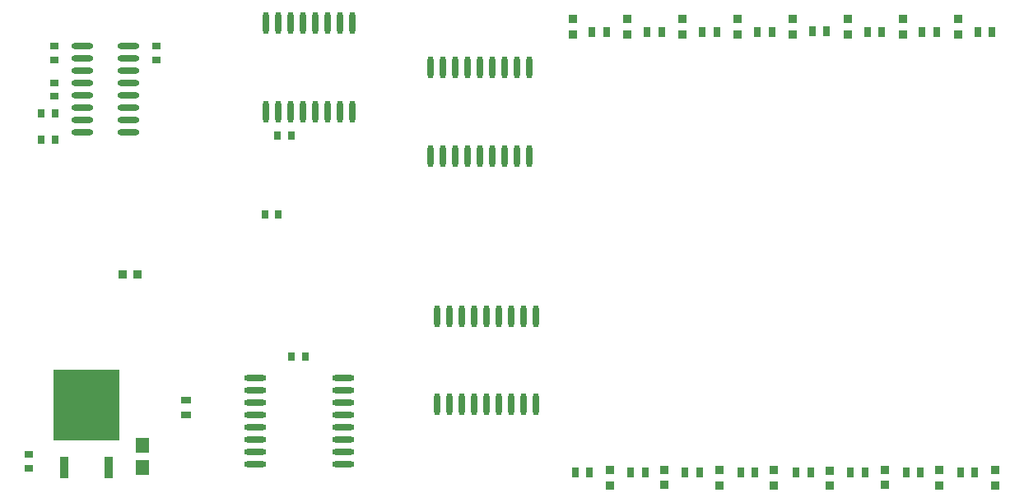
<source format=gtp>
%FSLAX25Y25*%
%MOIN*%
G70*
G01*
G75*
G04 Layer_Color=8421504*
%ADD10R,0.05709X0.06102*%
%ADD11R,0.03740X0.02756*%
%ADD12R,0.03740X0.09055*%
%ADD13R,0.26772X0.28740*%
%ADD14O,0.08858X0.02362*%
%ADD15O,0.02362X0.09055*%
%ADD16O,0.09055X0.02362*%
%ADD17R,0.03543X0.03740*%
%ADD18R,0.02756X0.03740*%
%ADD19R,0.03150X0.03937*%
%ADD20R,0.03740X0.03543*%
%ADD21R,0.03937X0.03150*%
%ADD22C,0.02500*%
%ADD23C,0.01000*%
%ADD24R,0.09600X0.09600*%
%ADD25C,0.09600*%
%ADD26C,0.07000*%
%ADD27R,0.07000X0.07000*%
%ADD28C,0.06000*%
%ADD29R,0.06000X0.06000*%
%ADD30C,0.07874*%
%ADD31C,0.05000*%
%ADD32C,0.04000*%
%ADD33C,0.09100*%
G04:AMPARAMS|DCode=34|XSize=111mil|YSize=111mil|CornerRadius=0mil|HoleSize=0mil|Usage=FLASHONLY|Rotation=0.000|XOffset=0mil|YOffset=0mil|HoleType=Round|Shape=Relief|Width=10mil|Gap=10mil|Entries=4|*
%AMTHD34*
7,0,0,0.11100,0.09100,0.01000,45*
%
%ADD34THD34*%
%ADD35C,0.08000*%
%ADD36C,0.07937*%
%ADD37C,0.06800*%
G04:AMPARAMS|DCode=38|XSize=99.37mil|YSize=99.37mil|CornerRadius=0mil|HoleSize=0mil|Usage=FLASHONLY|Rotation=0.000|XOffset=0mil|YOffset=0mil|HoleType=Round|Shape=Relief|Width=10mil|Gap=10mil|Entries=4|*
%AMTHD38*
7,0,0,0.09937,0.07937,0.01000,45*
%
%ADD38THD38*%
%ADD39C,0.10000*%
%ADD40C,0.00984*%
%ADD41C,0.02362*%
%ADD42C,0.00787*%
%ADD43C,0.00500*%
D10*
X-341700Y-70274D02*
D03*
Y-79526D02*
D03*
D11*
X-387600Y-79656D02*
D03*
Y-74144D02*
D03*
X-377300Y86044D02*
D03*
Y91556D02*
D03*
X-335900Y91556D02*
D03*
Y86044D02*
D03*
X-377500Y71144D02*
D03*
Y76656D02*
D03*
D12*
X-373276Y-79517D02*
D03*
X-355324D02*
D03*
D13*
X-364300Y-53926D02*
D03*
D14*
X-366149Y91500D02*
D03*
Y86500D02*
D03*
Y81500D02*
D03*
Y76500D02*
D03*
Y71500D02*
D03*
Y66500D02*
D03*
Y61500D02*
D03*
Y56500D02*
D03*
X-347251Y91500D02*
D03*
Y86500D02*
D03*
Y81500D02*
D03*
Y76500D02*
D03*
Y71500D02*
D03*
Y66500D02*
D03*
Y61500D02*
D03*
Y56500D02*
D03*
D15*
X-225000Y47087D02*
D03*
X-220000D02*
D03*
X-215000D02*
D03*
X-210000D02*
D03*
X-205000D02*
D03*
X-200000D02*
D03*
X-195000D02*
D03*
X-190000D02*
D03*
X-185000D02*
D03*
X-225000Y82913D02*
D03*
X-220000D02*
D03*
X-215000D02*
D03*
X-210000D02*
D03*
X-205000D02*
D03*
X-200000D02*
D03*
X-195000D02*
D03*
X-190000D02*
D03*
X-185000D02*
D03*
X-256800Y100913D02*
D03*
X-261800D02*
D03*
X-266800D02*
D03*
X-271800D02*
D03*
X-276800D02*
D03*
X-281800D02*
D03*
X-286800D02*
D03*
X-291800D02*
D03*
X-256800Y65087D02*
D03*
X-261800D02*
D03*
X-266800D02*
D03*
X-271800D02*
D03*
X-276800D02*
D03*
X-281800D02*
D03*
X-286800D02*
D03*
X-291800D02*
D03*
X-222500Y-53713D02*
D03*
X-217500D02*
D03*
X-212500D02*
D03*
X-207500D02*
D03*
X-202500D02*
D03*
X-197500D02*
D03*
X-192500D02*
D03*
X-187500D02*
D03*
X-182500D02*
D03*
X-222500Y-17887D02*
D03*
X-217500D02*
D03*
X-212500D02*
D03*
X-207500D02*
D03*
X-202500D02*
D03*
X-197500D02*
D03*
X-192500D02*
D03*
X-187500D02*
D03*
X-182500D02*
D03*
D16*
X-260187Y-78000D02*
D03*
Y-73000D02*
D03*
Y-68000D02*
D03*
Y-63000D02*
D03*
Y-58000D02*
D03*
Y-53000D02*
D03*
Y-48000D02*
D03*
Y-43000D02*
D03*
X-296013Y-78000D02*
D03*
Y-73000D02*
D03*
Y-68000D02*
D03*
Y-63000D02*
D03*
Y-58000D02*
D03*
Y-53000D02*
D03*
Y-48000D02*
D03*
Y-43000D02*
D03*
D17*
X-343548Y-1100D02*
D03*
X-349651D02*
D03*
D18*
X-286856Y55200D02*
D03*
X-281344D02*
D03*
X-292056Y23400D02*
D03*
X-286544D02*
D03*
X-281256Y-34400D02*
D03*
X-275744D02*
D03*
X-377144Y53700D02*
D03*
X-382656D02*
D03*
X-377144Y64200D02*
D03*
X-382656D02*
D03*
D19*
X2453Y97300D02*
D03*
X-3453D02*
D03*
X-20047D02*
D03*
X-25953D02*
D03*
X-42247D02*
D03*
X-48153D02*
D03*
X-86747D02*
D03*
X-92653D02*
D03*
X-109047Y97400D02*
D03*
X-114953D02*
D03*
X-10453Y-81300D02*
D03*
X-4547D02*
D03*
X-32453D02*
D03*
X-26547D02*
D03*
X-64547Y97500D02*
D03*
X-70453D02*
D03*
X-131447Y97300D02*
D03*
X-137353D02*
D03*
X-153647D02*
D03*
X-159553D02*
D03*
X-54953Y-81300D02*
D03*
X-49047D02*
D03*
X-76953D02*
D03*
X-71047D02*
D03*
X-99453D02*
D03*
X-93547D02*
D03*
X-121853D02*
D03*
X-115947D02*
D03*
X-144053D02*
D03*
X-138147D02*
D03*
X-166453D02*
D03*
X-160547D02*
D03*
D20*
X-11400Y96448D02*
D03*
Y102551D02*
D03*
X-33600Y96448D02*
D03*
Y102551D02*
D03*
X-56000Y96448D02*
D03*
Y102551D02*
D03*
X3500Y-80449D02*
D03*
Y-86551D02*
D03*
X-19000Y-80449D02*
D03*
Y-86551D02*
D03*
X-78300Y96448D02*
D03*
Y102551D02*
D03*
X-100600Y96448D02*
D03*
Y102551D02*
D03*
X-122900Y96448D02*
D03*
Y102551D02*
D03*
X-145200Y96448D02*
D03*
Y102551D02*
D03*
X-167500Y96448D02*
D03*
Y102551D02*
D03*
X-41100Y-80348D02*
D03*
Y-86451D02*
D03*
X-63500Y-80648D02*
D03*
Y-86751D02*
D03*
X-86000Y-80449D02*
D03*
Y-86551D02*
D03*
X-108000Y-80449D02*
D03*
Y-86551D02*
D03*
X-130500Y-80348D02*
D03*
Y-86451D02*
D03*
X-152500Y-80449D02*
D03*
Y-86551D02*
D03*
D21*
X-324100Y-58053D02*
D03*
Y-52147D02*
D03*
M02*

</source>
